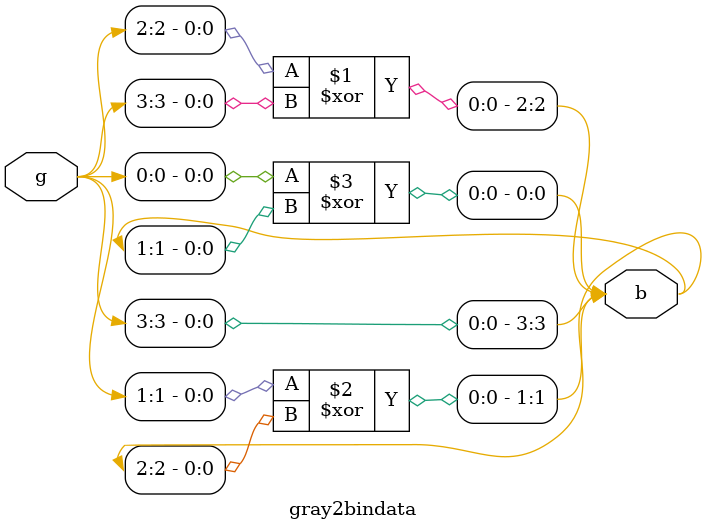
<source format=v>
`timescale 1ns / 1ps
module gray2bindata(
    input [3:0] g,
    output [3:0] b
    );

assign b[3]=g[3];
assign b[2]=g[2]^b[3];
assign b[1]=g[1]^b[2];
assign b[0]=g[0]^b[1];
endmodule

</source>
